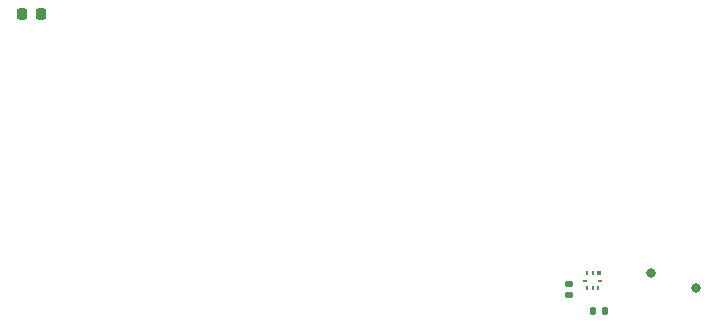
<source format=gts>
%TF.GenerationSoftware,KiCad,Pcbnew,(6.99.0)*%
%TF.CreationDate,2022-05-24T21:05:53-07:00*%
%TF.ProjectId,Card,43617264-2e6b-4696-9361-645f70636258,rev?*%
%TF.SameCoordinates,Original*%
%TF.FileFunction,Soldermask,Top*%
%TF.FilePolarity,Negative*%
%FSLAX46Y46*%
G04 Gerber Fmt 4.6, Leading zero omitted, Abs format (unit mm)*
G04 Created by KiCad (PCBNEW (6.99.0)) date 2022-05-24 21:05:53*
%MOMM*%
%LPD*%
G01*
G04 APERTURE LIST*
G04 Aperture macros list*
%AMRoundRect*
0 Rectangle with rounded corners*
0 $1 Rounding radius*
0 $2 $3 $4 $5 $6 $7 $8 $9 X,Y pos of 4 corners*
0 Add a 4 corners polygon primitive as box body*
4,1,4,$2,$3,$4,$5,$6,$7,$8,$9,$2,$3,0*
0 Add four circle primitives for the rounded corners*
1,1,$1+$1,$2,$3*
1,1,$1+$1,$4,$5*
1,1,$1+$1,$6,$7*
1,1,$1+$1,$8,$9*
0 Add four rect primitives between the rounded corners*
20,1,$1+$1,$2,$3,$4,$5,0*
20,1,$1+$1,$4,$5,$6,$7,0*
20,1,$1+$1,$6,$7,$8,$9,0*
20,1,$1+$1,$8,$9,$2,$3,0*%
G04 Aperture macros list end*
%ADD10RoundRect,0.140000X0.170000X-0.140000X0.170000X0.140000X-0.170000X0.140000X-0.170000X-0.140000X0*%
%ADD11RoundRect,0.135000X0.135000X0.185000X-0.135000X0.185000X-0.135000X-0.185000X0.135000X-0.185000X0*%
%ADD12RoundRect,0.218750X-0.218750X-0.256250X0.218750X-0.256250X0.218750X0.256250X-0.218750X0.256250X0*%
%ADD13R,0.370000X0.450000*%
%ADD14R,0.270000X0.450000*%
%ADD15R,0.450000X0.270000*%
%ADD16C,0.808000*%
G04 APERTURE END LIST*
D10*
%TO.C,C1*%
X100838000Y-78458000D03*
X100838000Y-77498000D03*
%TD*%
D11*
%TO.C,R1*%
X103888000Y-79756000D03*
X102868000Y-79756000D03*
%TD*%
D12*
%TO.C,D1*%
X54584500Y-54610000D03*
X56159500Y-54610000D03*
%TD*%
D13*
%TO.C,U1*%
X103420000Y-76616000D03*
D14*
X102870000Y-76616000D03*
X102370000Y-76616000D03*
D15*
X102270000Y-77216000D03*
D14*
X102370000Y-77816000D03*
X102870000Y-77816000D03*
X103370000Y-77816000D03*
D15*
X103470000Y-77216000D03*
%TD*%
D16*
%TO.C,U2*%
X111633000Y-77851000D03*
X107823000Y-76581000D03*
%TD*%
M02*

</source>
